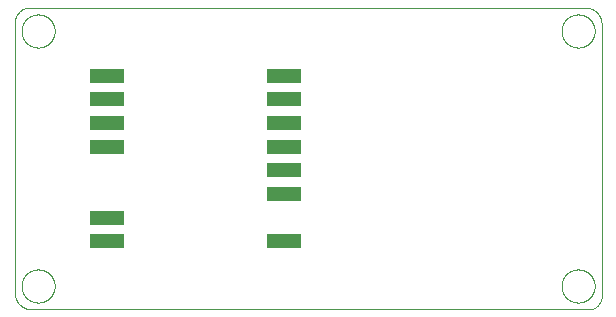
<source format=gbp>
G75*
%MOIN*%
%OFA0B0*%
%FSLAX25Y25*%
%IPPOS*%
%LPD*%
%AMOC8*
5,1,8,0,0,1.08239X$1,22.5*
%
%ADD10C,0.00000*%
%ADD11R,0.11811X0.04724*%
D10*
X0007281Y0007687D02*
X0193531Y0007687D01*
X0193531Y0007688D02*
X0193663Y0007712D01*
X0193793Y0007741D01*
X0193923Y0007773D01*
X0194052Y0007809D01*
X0194180Y0007849D01*
X0194306Y0007892D01*
X0194431Y0007939D01*
X0194555Y0007990D01*
X0194677Y0008044D01*
X0194798Y0008102D01*
X0194917Y0008164D01*
X0195034Y0008228D01*
X0195149Y0008296D01*
X0195262Y0008368D01*
X0195373Y0008443D01*
X0195482Y0008520D01*
X0195588Y0008601D01*
X0195692Y0008686D01*
X0195794Y0008773D01*
X0195893Y0008863D01*
X0195989Y0008955D01*
X0196082Y0009051D01*
X0196173Y0009149D01*
X0196261Y0009250D01*
X0196346Y0009353D01*
X0196428Y0009459D01*
X0196506Y0009567D01*
X0196582Y0009678D01*
X0196654Y0009790D01*
X0196723Y0009905D01*
X0196789Y0010021D01*
X0196851Y0010140D01*
X0196910Y0010260D01*
X0196965Y0010382D01*
X0197017Y0010505D01*
X0197065Y0010630D01*
X0197109Y0010756D01*
X0197150Y0010884D01*
X0197187Y0011012D01*
X0197220Y0011142D01*
X0197249Y0011272D01*
X0197275Y0011403D01*
X0197297Y0011535D01*
X0197315Y0011668D01*
X0197329Y0011801D01*
X0197339Y0011934D01*
X0197346Y0012068D01*
X0197348Y0012202D01*
X0197347Y0012335D01*
X0197341Y0012469D01*
X0197332Y0012602D01*
X0197319Y0012735D01*
X0197302Y0012868D01*
X0197281Y0013000D01*
X0197281Y0103000D01*
X0197275Y0103146D01*
X0197265Y0103291D01*
X0197251Y0103436D01*
X0197233Y0103581D01*
X0197212Y0103725D01*
X0197186Y0103868D01*
X0197157Y0104011D01*
X0197124Y0104153D01*
X0197087Y0104294D01*
X0197047Y0104434D01*
X0197003Y0104572D01*
X0196955Y0104710D01*
X0196903Y0104846D01*
X0196848Y0104981D01*
X0196790Y0105114D01*
X0196727Y0105246D01*
X0196662Y0105376D01*
X0196593Y0105504D01*
X0196520Y0105631D01*
X0196444Y0105755D01*
X0196365Y0105877D01*
X0196283Y0105997D01*
X0196197Y0106115D01*
X0196109Y0106231D01*
X0196017Y0106344D01*
X0195922Y0106455D01*
X0195825Y0106563D01*
X0195724Y0106668D01*
X0195621Y0106771D01*
X0195515Y0106871D01*
X0195407Y0106968D01*
X0195296Y0107063D01*
X0195182Y0107154D01*
X0195066Y0107242D01*
X0194948Y0107327D01*
X0194828Y0107409D01*
X0194705Y0107488D01*
X0194580Y0107563D01*
X0194454Y0107635D01*
X0194325Y0107704D01*
X0194195Y0107769D01*
X0194063Y0107830D01*
X0193929Y0107889D01*
X0193794Y0107943D01*
X0193658Y0107994D01*
X0193520Y0108041D01*
X0193381Y0108085D01*
X0193241Y0108125D01*
X0193100Y0108161D01*
X0192958Y0108194D01*
X0192815Y0108222D01*
X0192672Y0108247D01*
X0192528Y0108268D01*
X0192383Y0108285D01*
X0192238Y0108298D01*
X0192093Y0108308D01*
X0191947Y0108313D01*
X0191801Y0108315D01*
X0191656Y0108313D01*
X0191656Y0108312D02*
X0006656Y0108312D01*
X0006516Y0108310D01*
X0006376Y0108304D01*
X0006236Y0108294D01*
X0006096Y0108281D01*
X0005957Y0108263D01*
X0005818Y0108241D01*
X0005681Y0108216D01*
X0005543Y0108187D01*
X0005407Y0108154D01*
X0005272Y0108117D01*
X0005138Y0108076D01*
X0005005Y0108031D01*
X0004873Y0107983D01*
X0004743Y0107931D01*
X0004614Y0107876D01*
X0004487Y0107817D01*
X0004361Y0107754D01*
X0004237Y0107688D01*
X0004116Y0107619D01*
X0003996Y0107546D01*
X0003878Y0107469D01*
X0003763Y0107390D01*
X0003649Y0107307D01*
X0003539Y0107221D01*
X0003430Y0107132D01*
X0003324Y0107040D01*
X0003221Y0106945D01*
X0003120Y0106848D01*
X0003023Y0106747D01*
X0002928Y0106644D01*
X0002836Y0106538D01*
X0002747Y0106429D01*
X0002661Y0106319D01*
X0002578Y0106205D01*
X0002499Y0106090D01*
X0002422Y0105972D01*
X0002349Y0105852D01*
X0002280Y0105731D01*
X0002214Y0105607D01*
X0002151Y0105481D01*
X0002092Y0105354D01*
X0002037Y0105225D01*
X0001985Y0105095D01*
X0001937Y0104963D01*
X0001892Y0104830D01*
X0001851Y0104696D01*
X0001814Y0104561D01*
X0001781Y0104425D01*
X0001752Y0104287D01*
X0001727Y0104150D01*
X0001705Y0104011D01*
X0001687Y0103872D01*
X0001674Y0103732D01*
X0001664Y0103592D01*
X0001658Y0103452D01*
X0001656Y0103312D01*
X0001656Y0013312D01*
X0001658Y0013165D01*
X0001664Y0013018D01*
X0001673Y0012871D01*
X0001687Y0012724D01*
X0001704Y0012578D01*
X0001725Y0012432D01*
X0001750Y0012287D01*
X0001779Y0012142D01*
X0001811Y0011999D01*
X0001848Y0011856D01*
X0001888Y0011714D01*
X0001931Y0011574D01*
X0001979Y0011434D01*
X0002030Y0011296D01*
X0002084Y0011159D01*
X0002142Y0011024D01*
X0002204Y0010890D01*
X0002269Y0010758D01*
X0002338Y0010628D01*
X0002410Y0010499D01*
X0002485Y0010373D01*
X0002563Y0010248D01*
X0002645Y0010126D01*
X0002730Y0010006D01*
X0002818Y0009888D01*
X0002910Y0009772D01*
X0003004Y0009659D01*
X0003101Y0009548D01*
X0003201Y0009440D01*
X0003304Y0009335D01*
X0003409Y0009232D01*
X0003517Y0009132D01*
X0003628Y0009035D01*
X0003741Y0008941D01*
X0003857Y0008849D01*
X0003975Y0008761D01*
X0004095Y0008676D01*
X0004217Y0008594D01*
X0004342Y0008516D01*
X0004469Y0008441D01*
X0004597Y0008369D01*
X0004727Y0008300D01*
X0004859Y0008235D01*
X0004993Y0008173D01*
X0005128Y0008115D01*
X0005265Y0008061D01*
X0005403Y0008010D01*
X0005543Y0007962D01*
X0005683Y0007919D01*
X0005825Y0007879D01*
X0005968Y0007842D01*
X0006111Y0007810D01*
X0006256Y0007781D01*
X0006401Y0007756D01*
X0006547Y0007735D01*
X0006693Y0007718D01*
X0006840Y0007704D01*
X0006987Y0007695D01*
X0007134Y0007689D01*
X0007281Y0007687D01*
X0003957Y0015500D02*
X0003959Y0015648D01*
X0003965Y0015796D01*
X0003975Y0015944D01*
X0003989Y0016091D01*
X0004007Y0016238D01*
X0004028Y0016384D01*
X0004054Y0016530D01*
X0004084Y0016675D01*
X0004117Y0016819D01*
X0004155Y0016962D01*
X0004196Y0017104D01*
X0004241Y0017245D01*
X0004289Y0017385D01*
X0004342Y0017524D01*
X0004398Y0017661D01*
X0004458Y0017796D01*
X0004521Y0017930D01*
X0004588Y0018062D01*
X0004659Y0018192D01*
X0004733Y0018320D01*
X0004810Y0018446D01*
X0004891Y0018570D01*
X0004975Y0018692D01*
X0005062Y0018811D01*
X0005153Y0018928D01*
X0005247Y0019043D01*
X0005343Y0019155D01*
X0005443Y0019265D01*
X0005545Y0019371D01*
X0005651Y0019475D01*
X0005759Y0019576D01*
X0005870Y0019674D01*
X0005983Y0019770D01*
X0006099Y0019862D01*
X0006217Y0019951D01*
X0006338Y0020036D01*
X0006461Y0020119D01*
X0006586Y0020198D01*
X0006713Y0020274D01*
X0006842Y0020346D01*
X0006973Y0020415D01*
X0007106Y0020480D01*
X0007241Y0020541D01*
X0007377Y0020599D01*
X0007514Y0020654D01*
X0007653Y0020704D01*
X0007794Y0020751D01*
X0007935Y0020794D01*
X0008078Y0020834D01*
X0008222Y0020869D01*
X0008366Y0020901D01*
X0008512Y0020928D01*
X0008658Y0020952D01*
X0008805Y0020972D01*
X0008952Y0020988D01*
X0009099Y0021000D01*
X0009247Y0021008D01*
X0009395Y0021012D01*
X0009543Y0021012D01*
X0009691Y0021008D01*
X0009839Y0021000D01*
X0009986Y0020988D01*
X0010133Y0020972D01*
X0010280Y0020952D01*
X0010426Y0020928D01*
X0010572Y0020901D01*
X0010716Y0020869D01*
X0010860Y0020834D01*
X0011003Y0020794D01*
X0011144Y0020751D01*
X0011285Y0020704D01*
X0011424Y0020654D01*
X0011561Y0020599D01*
X0011697Y0020541D01*
X0011832Y0020480D01*
X0011965Y0020415D01*
X0012096Y0020346D01*
X0012225Y0020274D01*
X0012352Y0020198D01*
X0012477Y0020119D01*
X0012600Y0020036D01*
X0012721Y0019951D01*
X0012839Y0019862D01*
X0012955Y0019770D01*
X0013068Y0019674D01*
X0013179Y0019576D01*
X0013287Y0019475D01*
X0013393Y0019371D01*
X0013495Y0019265D01*
X0013595Y0019155D01*
X0013691Y0019043D01*
X0013785Y0018928D01*
X0013876Y0018811D01*
X0013963Y0018692D01*
X0014047Y0018570D01*
X0014128Y0018446D01*
X0014205Y0018320D01*
X0014279Y0018192D01*
X0014350Y0018062D01*
X0014417Y0017930D01*
X0014480Y0017796D01*
X0014540Y0017661D01*
X0014596Y0017524D01*
X0014649Y0017385D01*
X0014697Y0017245D01*
X0014742Y0017104D01*
X0014783Y0016962D01*
X0014821Y0016819D01*
X0014854Y0016675D01*
X0014884Y0016530D01*
X0014910Y0016384D01*
X0014931Y0016238D01*
X0014949Y0016091D01*
X0014963Y0015944D01*
X0014973Y0015796D01*
X0014979Y0015648D01*
X0014981Y0015500D01*
X0014979Y0015352D01*
X0014973Y0015204D01*
X0014963Y0015056D01*
X0014949Y0014909D01*
X0014931Y0014762D01*
X0014910Y0014616D01*
X0014884Y0014470D01*
X0014854Y0014325D01*
X0014821Y0014181D01*
X0014783Y0014038D01*
X0014742Y0013896D01*
X0014697Y0013755D01*
X0014649Y0013615D01*
X0014596Y0013476D01*
X0014540Y0013339D01*
X0014480Y0013204D01*
X0014417Y0013070D01*
X0014350Y0012938D01*
X0014279Y0012808D01*
X0014205Y0012680D01*
X0014128Y0012554D01*
X0014047Y0012430D01*
X0013963Y0012308D01*
X0013876Y0012189D01*
X0013785Y0012072D01*
X0013691Y0011957D01*
X0013595Y0011845D01*
X0013495Y0011735D01*
X0013393Y0011629D01*
X0013287Y0011525D01*
X0013179Y0011424D01*
X0013068Y0011326D01*
X0012955Y0011230D01*
X0012839Y0011138D01*
X0012721Y0011049D01*
X0012600Y0010964D01*
X0012477Y0010881D01*
X0012352Y0010802D01*
X0012225Y0010726D01*
X0012096Y0010654D01*
X0011965Y0010585D01*
X0011832Y0010520D01*
X0011697Y0010459D01*
X0011561Y0010401D01*
X0011424Y0010346D01*
X0011285Y0010296D01*
X0011144Y0010249D01*
X0011003Y0010206D01*
X0010860Y0010166D01*
X0010716Y0010131D01*
X0010572Y0010099D01*
X0010426Y0010072D01*
X0010280Y0010048D01*
X0010133Y0010028D01*
X0009986Y0010012D01*
X0009839Y0010000D01*
X0009691Y0009992D01*
X0009543Y0009988D01*
X0009395Y0009988D01*
X0009247Y0009992D01*
X0009099Y0010000D01*
X0008952Y0010012D01*
X0008805Y0010028D01*
X0008658Y0010048D01*
X0008512Y0010072D01*
X0008366Y0010099D01*
X0008222Y0010131D01*
X0008078Y0010166D01*
X0007935Y0010206D01*
X0007794Y0010249D01*
X0007653Y0010296D01*
X0007514Y0010346D01*
X0007377Y0010401D01*
X0007241Y0010459D01*
X0007106Y0010520D01*
X0006973Y0010585D01*
X0006842Y0010654D01*
X0006713Y0010726D01*
X0006586Y0010802D01*
X0006461Y0010881D01*
X0006338Y0010964D01*
X0006217Y0011049D01*
X0006099Y0011138D01*
X0005983Y0011230D01*
X0005870Y0011326D01*
X0005759Y0011424D01*
X0005651Y0011525D01*
X0005545Y0011629D01*
X0005443Y0011735D01*
X0005343Y0011845D01*
X0005247Y0011957D01*
X0005153Y0012072D01*
X0005062Y0012189D01*
X0004975Y0012308D01*
X0004891Y0012430D01*
X0004810Y0012554D01*
X0004733Y0012680D01*
X0004659Y0012808D01*
X0004588Y0012938D01*
X0004521Y0013070D01*
X0004458Y0013204D01*
X0004398Y0013339D01*
X0004342Y0013476D01*
X0004289Y0013615D01*
X0004241Y0013755D01*
X0004196Y0013896D01*
X0004155Y0014038D01*
X0004117Y0014181D01*
X0004084Y0014325D01*
X0004054Y0014470D01*
X0004028Y0014616D01*
X0004007Y0014762D01*
X0003989Y0014909D01*
X0003975Y0015056D01*
X0003965Y0015204D01*
X0003959Y0015352D01*
X0003957Y0015500D01*
X0183957Y0015500D02*
X0183959Y0015648D01*
X0183965Y0015796D01*
X0183975Y0015944D01*
X0183989Y0016091D01*
X0184007Y0016238D01*
X0184028Y0016384D01*
X0184054Y0016530D01*
X0184084Y0016675D01*
X0184117Y0016819D01*
X0184155Y0016962D01*
X0184196Y0017104D01*
X0184241Y0017245D01*
X0184289Y0017385D01*
X0184342Y0017524D01*
X0184398Y0017661D01*
X0184458Y0017796D01*
X0184521Y0017930D01*
X0184588Y0018062D01*
X0184659Y0018192D01*
X0184733Y0018320D01*
X0184810Y0018446D01*
X0184891Y0018570D01*
X0184975Y0018692D01*
X0185062Y0018811D01*
X0185153Y0018928D01*
X0185247Y0019043D01*
X0185343Y0019155D01*
X0185443Y0019265D01*
X0185545Y0019371D01*
X0185651Y0019475D01*
X0185759Y0019576D01*
X0185870Y0019674D01*
X0185983Y0019770D01*
X0186099Y0019862D01*
X0186217Y0019951D01*
X0186338Y0020036D01*
X0186461Y0020119D01*
X0186586Y0020198D01*
X0186713Y0020274D01*
X0186842Y0020346D01*
X0186973Y0020415D01*
X0187106Y0020480D01*
X0187241Y0020541D01*
X0187377Y0020599D01*
X0187514Y0020654D01*
X0187653Y0020704D01*
X0187794Y0020751D01*
X0187935Y0020794D01*
X0188078Y0020834D01*
X0188222Y0020869D01*
X0188366Y0020901D01*
X0188512Y0020928D01*
X0188658Y0020952D01*
X0188805Y0020972D01*
X0188952Y0020988D01*
X0189099Y0021000D01*
X0189247Y0021008D01*
X0189395Y0021012D01*
X0189543Y0021012D01*
X0189691Y0021008D01*
X0189839Y0021000D01*
X0189986Y0020988D01*
X0190133Y0020972D01*
X0190280Y0020952D01*
X0190426Y0020928D01*
X0190572Y0020901D01*
X0190716Y0020869D01*
X0190860Y0020834D01*
X0191003Y0020794D01*
X0191144Y0020751D01*
X0191285Y0020704D01*
X0191424Y0020654D01*
X0191561Y0020599D01*
X0191697Y0020541D01*
X0191832Y0020480D01*
X0191965Y0020415D01*
X0192096Y0020346D01*
X0192225Y0020274D01*
X0192352Y0020198D01*
X0192477Y0020119D01*
X0192600Y0020036D01*
X0192721Y0019951D01*
X0192839Y0019862D01*
X0192955Y0019770D01*
X0193068Y0019674D01*
X0193179Y0019576D01*
X0193287Y0019475D01*
X0193393Y0019371D01*
X0193495Y0019265D01*
X0193595Y0019155D01*
X0193691Y0019043D01*
X0193785Y0018928D01*
X0193876Y0018811D01*
X0193963Y0018692D01*
X0194047Y0018570D01*
X0194128Y0018446D01*
X0194205Y0018320D01*
X0194279Y0018192D01*
X0194350Y0018062D01*
X0194417Y0017930D01*
X0194480Y0017796D01*
X0194540Y0017661D01*
X0194596Y0017524D01*
X0194649Y0017385D01*
X0194697Y0017245D01*
X0194742Y0017104D01*
X0194783Y0016962D01*
X0194821Y0016819D01*
X0194854Y0016675D01*
X0194884Y0016530D01*
X0194910Y0016384D01*
X0194931Y0016238D01*
X0194949Y0016091D01*
X0194963Y0015944D01*
X0194973Y0015796D01*
X0194979Y0015648D01*
X0194981Y0015500D01*
X0194979Y0015352D01*
X0194973Y0015204D01*
X0194963Y0015056D01*
X0194949Y0014909D01*
X0194931Y0014762D01*
X0194910Y0014616D01*
X0194884Y0014470D01*
X0194854Y0014325D01*
X0194821Y0014181D01*
X0194783Y0014038D01*
X0194742Y0013896D01*
X0194697Y0013755D01*
X0194649Y0013615D01*
X0194596Y0013476D01*
X0194540Y0013339D01*
X0194480Y0013204D01*
X0194417Y0013070D01*
X0194350Y0012938D01*
X0194279Y0012808D01*
X0194205Y0012680D01*
X0194128Y0012554D01*
X0194047Y0012430D01*
X0193963Y0012308D01*
X0193876Y0012189D01*
X0193785Y0012072D01*
X0193691Y0011957D01*
X0193595Y0011845D01*
X0193495Y0011735D01*
X0193393Y0011629D01*
X0193287Y0011525D01*
X0193179Y0011424D01*
X0193068Y0011326D01*
X0192955Y0011230D01*
X0192839Y0011138D01*
X0192721Y0011049D01*
X0192600Y0010964D01*
X0192477Y0010881D01*
X0192352Y0010802D01*
X0192225Y0010726D01*
X0192096Y0010654D01*
X0191965Y0010585D01*
X0191832Y0010520D01*
X0191697Y0010459D01*
X0191561Y0010401D01*
X0191424Y0010346D01*
X0191285Y0010296D01*
X0191144Y0010249D01*
X0191003Y0010206D01*
X0190860Y0010166D01*
X0190716Y0010131D01*
X0190572Y0010099D01*
X0190426Y0010072D01*
X0190280Y0010048D01*
X0190133Y0010028D01*
X0189986Y0010012D01*
X0189839Y0010000D01*
X0189691Y0009992D01*
X0189543Y0009988D01*
X0189395Y0009988D01*
X0189247Y0009992D01*
X0189099Y0010000D01*
X0188952Y0010012D01*
X0188805Y0010028D01*
X0188658Y0010048D01*
X0188512Y0010072D01*
X0188366Y0010099D01*
X0188222Y0010131D01*
X0188078Y0010166D01*
X0187935Y0010206D01*
X0187794Y0010249D01*
X0187653Y0010296D01*
X0187514Y0010346D01*
X0187377Y0010401D01*
X0187241Y0010459D01*
X0187106Y0010520D01*
X0186973Y0010585D01*
X0186842Y0010654D01*
X0186713Y0010726D01*
X0186586Y0010802D01*
X0186461Y0010881D01*
X0186338Y0010964D01*
X0186217Y0011049D01*
X0186099Y0011138D01*
X0185983Y0011230D01*
X0185870Y0011326D01*
X0185759Y0011424D01*
X0185651Y0011525D01*
X0185545Y0011629D01*
X0185443Y0011735D01*
X0185343Y0011845D01*
X0185247Y0011957D01*
X0185153Y0012072D01*
X0185062Y0012189D01*
X0184975Y0012308D01*
X0184891Y0012430D01*
X0184810Y0012554D01*
X0184733Y0012680D01*
X0184659Y0012808D01*
X0184588Y0012938D01*
X0184521Y0013070D01*
X0184458Y0013204D01*
X0184398Y0013339D01*
X0184342Y0013476D01*
X0184289Y0013615D01*
X0184241Y0013755D01*
X0184196Y0013896D01*
X0184155Y0014038D01*
X0184117Y0014181D01*
X0184084Y0014325D01*
X0184054Y0014470D01*
X0184028Y0014616D01*
X0184007Y0014762D01*
X0183989Y0014909D01*
X0183975Y0015056D01*
X0183965Y0015204D01*
X0183959Y0015352D01*
X0183957Y0015500D01*
X0183957Y0100500D02*
X0183959Y0100648D01*
X0183965Y0100796D01*
X0183975Y0100944D01*
X0183989Y0101091D01*
X0184007Y0101238D01*
X0184028Y0101384D01*
X0184054Y0101530D01*
X0184084Y0101675D01*
X0184117Y0101819D01*
X0184155Y0101962D01*
X0184196Y0102104D01*
X0184241Y0102245D01*
X0184289Y0102385D01*
X0184342Y0102524D01*
X0184398Y0102661D01*
X0184458Y0102796D01*
X0184521Y0102930D01*
X0184588Y0103062D01*
X0184659Y0103192D01*
X0184733Y0103320D01*
X0184810Y0103446D01*
X0184891Y0103570D01*
X0184975Y0103692D01*
X0185062Y0103811D01*
X0185153Y0103928D01*
X0185247Y0104043D01*
X0185343Y0104155D01*
X0185443Y0104265D01*
X0185545Y0104371D01*
X0185651Y0104475D01*
X0185759Y0104576D01*
X0185870Y0104674D01*
X0185983Y0104770D01*
X0186099Y0104862D01*
X0186217Y0104951D01*
X0186338Y0105036D01*
X0186461Y0105119D01*
X0186586Y0105198D01*
X0186713Y0105274D01*
X0186842Y0105346D01*
X0186973Y0105415D01*
X0187106Y0105480D01*
X0187241Y0105541D01*
X0187377Y0105599D01*
X0187514Y0105654D01*
X0187653Y0105704D01*
X0187794Y0105751D01*
X0187935Y0105794D01*
X0188078Y0105834D01*
X0188222Y0105869D01*
X0188366Y0105901D01*
X0188512Y0105928D01*
X0188658Y0105952D01*
X0188805Y0105972D01*
X0188952Y0105988D01*
X0189099Y0106000D01*
X0189247Y0106008D01*
X0189395Y0106012D01*
X0189543Y0106012D01*
X0189691Y0106008D01*
X0189839Y0106000D01*
X0189986Y0105988D01*
X0190133Y0105972D01*
X0190280Y0105952D01*
X0190426Y0105928D01*
X0190572Y0105901D01*
X0190716Y0105869D01*
X0190860Y0105834D01*
X0191003Y0105794D01*
X0191144Y0105751D01*
X0191285Y0105704D01*
X0191424Y0105654D01*
X0191561Y0105599D01*
X0191697Y0105541D01*
X0191832Y0105480D01*
X0191965Y0105415D01*
X0192096Y0105346D01*
X0192225Y0105274D01*
X0192352Y0105198D01*
X0192477Y0105119D01*
X0192600Y0105036D01*
X0192721Y0104951D01*
X0192839Y0104862D01*
X0192955Y0104770D01*
X0193068Y0104674D01*
X0193179Y0104576D01*
X0193287Y0104475D01*
X0193393Y0104371D01*
X0193495Y0104265D01*
X0193595Y0104155D01*
X0193691Y0104043D01*
X0193785Y0103928D01*
X0193876Y0103811D01*
X0193963Y0103692D01*
X0194047Y0103570D01*
X0194128Y0103446D01*
X0194205Y0103320D01*
X0194279Y0103192D01*
X0194350Y0103062D01*
X0194417Y0102930D01*
X0194480Y0102796D01*
X0194540Y0102661D01*
X0194596Y0102524D01*
X0194649Y0102385D01*
X0194697Y0102245D01*
X0194742Y0102104D01*
X0194783Y0101962D01*
X0194821Y0101819D01*
X0194854Y0101675D01*
X0194884Y0101530D01*
X0194910Y0101384D01*
X0194931Y0101238D01*
X0194949Y0101091D01*
X0194963Y0100944D01*
X0194973Y0100796D01*
X0194979Y0100648D01*
X0194981Y0100500D01*
X0194979Y0100352D01*
X0194973Y0100204D01*
X0194963Y0100056D01*
X0194949Y0099909D01*
X0194931Y0099762D01*
X0194910Y0099616D01*
X0194884Y0099470D01*
X0194854Y0099325D01*
X0194821Y0099181D01*
X0194783Y0099038D01*
X0194742Y0098896D01*
X0194697Y0098755D01*
X0194649Y0098615D01*
X0194596Y0098476D01*
X0194540Y0098339D01*
X0194480Y0098204D01*
X0194417Y0098070D01*
X0194350Y0097938D01*
X0194279Y0097808D01*
X0194205Y0097680D01*
X0194128Y0097554D01*
X0194047Y0097430D01*
X0193963Y0097308D01*
X0193876Y0097189D01*
X0193785Y0097072D01*
X0193691Y0096957D01*
X0193595Y0096845D01*
X0193495Y0096735D01*
X0193393Y0096629D01*
X0193287Y0096525D01*
X0193179Y0096424D01*
X0193068Y0096326D01*
X0192955Y0096230D01*
X0192839Y0096138D01*
X0192721Y0096049D01*
X0192600Y0095964D01*
X0192477Y0095881D01*
X0192352Y0095802D01*
X0192225Y0095726D01*
X0192096Y0095654D01*
X0191965Y0095585D01*
X0191832Y0095520D01*
X0191697Y0095459D01*
X0191561Y0095401D01*
X0191424Y0095346D01*
X0191285Y0095296D01*
X0191144Y0095249D01*
X0191003Y0095206D01*
X0190860Y0095166D01*
X0190716Y0095131D01*
X0190572Y0095099D01*
X0190426Y0095072D01*
X0190280Y0095048D01*
X0190133Y0095028D01*
X0189986Y0095012D01*
X0189839Y0095000D01*
X0189691Y0094992D01*
X0189543Y0094988D01*
X0189395Y0094988D01*
X0189247Y0094992D01*
X0189099Y0095000D01*
X0188952Y0095012D01*
X0188805Y0095028D01*
X0188658Y0095048D01*
X0188512Y0095072D01*
X0188366Y0095099D01*
X0188222Y0095131D01*
X0188078Y0095166D01*
X0187935Y0095206D01*
X0187794Y0095249D01*
X0187653Y0095296D01*
X0187514Y0095346D01*
X0187377Y0095401D01*
X0187241Y0095459D01*
X0187106Y0095520D01*
X0186973Y0095585D01*
X0186842Y0095654D01*
X0186713Y0095726D01*
X0186586Y0095802D01*
X0186461Y0095881D01*
X0186338Y0095964D01*
X0186217Y0096049D01*
X0186099Y0096138D01*
X0185983Y0096230D01*
X0185870Y0096326D01*
X0185759Y0096424D01*
X0185651Y0096525D01*
X0185545Y0096629D01*
X0185443Y0096735D01*
X0185343Y0096845D01*
X0185247Y0096957D01*
X0185153Y0097072D01*
X0185062Y0097189D01*
X0184975Y0097308D01*
X0184891Y0097430D01*
X0184810Y0097554D01*
X0184733Y0097680D01*
X0184659Y0097808D01*
X0184588Y0097938D01*
X0184521Y0098070D01*
X0184458Y0098204D01*
X0184398Y0098339D01*
X0184342Y0098476D01*
X0184289Y0098615D01*
X0184241Y0098755D01*
X0184196Y0098896D01*
X0184155Y0099038D01*
X0184117Y0099181D01*
X0184084Y0099325D01*
X0184054Y0099470D01*
X0184028Y0099616D01*
X0184007Y0099762D01*
X0183989Y0099909D01*
X0183975Y0100056D01*
X0183965Y0100204D01*
X0183959Y0100352D01*
X0183957Y0100500D01*
X0003957Y0100500D02*
X0003959Y0100648D01*
X0003965Y0100796D01*
X0003975Y0100944D01*
X0003989Y0101091D01*
X0004007Y0101238D01*
X0004028Y0101384D01*
X0004054Y0101530D01*
X0004084Y0101675D01*
X0004117Y0101819D01*
X0004155Y0101962D01*
X0004196Y0102104D01*
X0004241Y0102245D01*
X0004289Y0102385D01*
X0004342Y0102524D01*
X0004398Y0102661D01*
X0004458Y0102796D01*
X0004521Y0102930D01*
X0004588Y0103062D01*
X0004659Y0103192D01*
X0004733Y0103320D01*
X0004810Y0103446D01*
X0004891Y0103570D01*
X0004975Y0103692D01*
X0005062Y0103811D01*
X0005153Y0103928D01*
X0005247Y0104043D01*
X0005343Y0104155D01*
X0005443Y0104265D01*
X0005545Y0104371D01*
X0005651Y0104475D01*
X0005759Y0104576D01*
X0005870Y0104674D01*
X0005983Y0104770D01*
X0006099Y0104862D01*
X0006217Y0104951D01*
X0006338Y0105036D01*
X0006461Y0105119D01*
X0006586Y0105198D01*
X0006713Y0105274D01*
X0006842Y0105346D01*
X0006973Y0105415D01*
X0007106Y0105480D01*
X0007241Y0105541D01*
X0007377Y0105599D01*
X0007514Y0105654D01*
X0007653Y0105704D01*
X0007794Y0105751D01*
X0007935Y0105794D01*
X0008078Y0105834D01*
X0008222Y0105869D01*
X0008366Y0105901D01*
X0008512Y0105928D01*
X0008658Y0105952D01*
X0008805Y0105972D01*
X0008952Y0105988D01*
X0009099Y0106000D01*
X0009247Y0106008D01*
X0009395Y0106012D01*
X0009543Y0106012D01*
X0009691Y0106008D01*
X0009839Y0106000D01*
X0009986Y0105988D01*
X0010133Y0105972D01*
X0010280Y0105952D01*
X0010426Y0105928D01*
X0010572Y0105901D01*
X0010716Y0105869D01*
X0010860Y0105834D01*
X0011003Y0105794D01*
X0011144Y0105751D01*
X0011285Y0105704D01*
X0011424Y0105654D01*
X0011561Y0105599D01*
X0011697Y0105541D01*
X0011832Y0105480D01*
X0011965Y0105415D01*
X0012096Y0105346D01*
X0012225Y0105274D01*
X0012352Y0105198D01*
X0012477Y0105119D01*
X0012600Y0105036D01*
X0012721Y0104951D01*
X0012839Y0104862D01*
X0012955Y0104770D01*
X0013068Y0104674D01*
X0013179Y0104576D01*
X0013287Y0104475D01*
X0013393Y0104371D01*
X0013495Y0104265D01*
X0013595Y0104155D01*
X0013691Y0104043D01*
X0013785Y0103928D01*
X0013876Y0103811D01*
X0013963Y0103692D01*
X0014047Y0103570D01*
X0014128Y0103446D01*
X0014205Y0103320D01*
X0014279Y0103192D01*
X0014350Y0103062D01*
X0014417Y0102930D01*
X0014480Y0102796D01*
X0014540Y0102661D01*
X0014596Y0102524D01*
X0014649Y0102385D01*
X0014697Y0102245D01*
X0014742Y0102104D01*
X0014783Y0101962D01*
X0014821Y0101819D01*
X0014854Y0101675D01*
X0014884Y0101530D01*
X0014910Y0101384D01*
X0014931Y0101238D01*
X0014949Y0101091D01*
X0014963Y0100944D01*
X0014973Y0100796D01*
X0014979Y0100648D01*
X0014981Y0100500D01*
X0014979Y0100352D01*
X0014973Y0100204D01*
X0014963Y0100056D01*
X0014949Y0099909D01*
X0014931Y0099762D01*
X0014910Y0099616D01*
X0014884Y0099470D01*
X0014854Y0099325D01*
X0014821Y0099181D01*
X0014783Y0099038D01*
X0014742Y0098896D01*
X0014697Y0098755D01*
X0014649Y0098615D01*
X0014596Y0098476D01*
X0014540Y0098339D01*
X0014480Y0098204D01*
X0014417Y0098070D01*
X0014350Y0097938D01*
X0014279Y0097808D01*
X0014205Y0097680D01*
X0014128Y0097554D01*
X0014047Y0097430D01*
X0013963Y0097308D01*
X0013876Y0097189D01*
X0013785Y0097072D01*
X0013691Y0096957D01*
X0013595Y0096845D01*
X0013495Y0096735D01*
X0013393Y0096629D01*
X0013287Y0096525D01*
X0013179Y0096424D01*
X0013068Y0096326D01*
X0012955Y0096230D01*
X0012839Y0096138D01*
X0012721Y0096049D01*
X0012600Y0095964D01*
X0012477Y0095881D01*
X0012352Y0095802D01*
X0012225Y0095726D01*
X0012096Y0095654D01*
X0011965Y0095585D01*
X0011832Y0095520D01*
X0011697Y0095459D01*
X0011561Y0095401D01*
X0011424Y0095346D01*
X0011285Y0095296D01*
X0011144Y0095249D01*
X0011003Y0095206D01*
X0010860Y0095166D01*
X0010716Y0095131D01*
X0010572Y0095099D01*
X0010426Y0095072D01*
X0010280Y0095048D01*
X0010133Y0095028D01*
X0009986Y0095012D01*
X0009839Y0095000D01*
X0009691Y0094992D01*
X0009543Y0094988D01*
X0009395Y0094988D01*
X0009247Y0094992D01*
X0009099Y0095000D01*
X0008952Y0095012D01*
X0008805Y0095028D01*
X0008658Y0095048D01*
X0008512Y0095072D01*
X0008366Y0095099D01*
X0008222Y0095131D01*
X0008078Y0095166D01*
X0007935Y0095206D01*
X0007794Y0095249D01*
X0007653Y0095296D01*
X0007514Y0095346D01*
X0007377Y0095401D01*
X0007241Y0095459D01*
X0007106Y0095520D01*
X0006973Y0095585D01*
X0006842Y0095654D01*
X0006713Y0095726D01*
X0006586Y0095802D01*
X0006461Y0095881D01*
X0006338Y0095964D01*
X0006217Y0096049D01*
X0006099Y0096138D01*
X0005983Y0096230D01*
X0005870Y0096326D01*
X0005759Y0096424D01*
X0005651Y0096525D01*
X0005545Y0096629D01*
X0005443Y0096735D01*
X0005343Y0096845D01*
X0005247Y0096957D01*
X0005153Y0097072D01*
X0005062Y0097189D01*
X0004975Y0097308D01*
X0004891Y0097430D01*
X0004810Y0097554D01*
X0004733Y0097680D01*
X0004659Y0097808D01*
X0004588Y0097938D01*
X0004521Y0098070D01*
X0004458Y0098204D01*
X0004398Y0098339D01*
X0004342Y0098476D01*
X0004289Y0098615D01*
X0004241Y0098755D01*
X0004196Y0098896D01*
X0004155Y0099038D01*
X0004117Y0099181D01*
X0004084Y0099325D01*
X0004054Y0099470D01*
X0004028Y0099616D01*
X0004007Y0099762D01*
X0003989Y0099909D01*
X0003975Y0100056D01*
X0003965Y0100204D01*
X0003959Y0100352D01*
X0003957Y0100500D01*
D11*
X0032441Y0085559D03*
X0032441Y0077685D03*
X0032441Y0069811D03*
X0032441Y0061937D03*
X0032441Y0038315D03*
X0032441Y0030441D03*
X0091496Y0030441D03*
X0091496Y0046189D03*
X0091496Y0054063D03*
X0091496Y0061937D03*
X0091496Y0069811D03*
X0091496Y0077685D03*
X0091496Y0085559D03*
M02*

</source>
